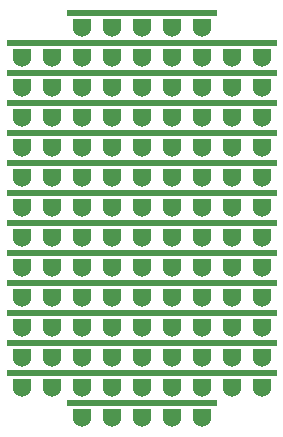
<source format=gbr>
%TF.GenerationSoftware,KiCad,Pcbnew,9.0.1*%
%TF.CreationDate,2025-05-07T00:25:03-04:00*%
%TF.ProjectId,protoplus,70726f74-6f70-46c7-9573-2e6b69636164,rev?*%
%TF.SameCoordinates,Original*%
%TF.FileFunction,Copper,L2,Bot*%
%TF.FilePolarity,Positive*%
%FSLAX46Y46*%
G04 Gerber Fmt 4.6, Leading zero omitted, Abs format (unit mm)*
G04 Created by KiCad (PCBNEW 9.0.1) date 2025-05-07 00:25:03*
%MOMM*%
%LPD*%
G01*
G04 APERTURE LIST*
%TA.AperFunction,SMDPad,CuDef*%
%ADD10R,1.524000X0.800000*%
%TD*%
%TA.AperFunction,ComponentPad*%
%ADD11C,1.524000*%
%TD*%
%TA.AperFunction,SMDPad,CuDef*%
%ADD12R,1.524000X0.600000*%
%TD*%
%TA.AperFunction,SMDPad,CuDef*%
%ADD13R,2.540000X0.600000*%
%TD*%
G04 APERTURE END LIST*
D10*
%TO.P,REF\u002A\u002A,*%
%TO.N,*%
X157440000Y-65520000D03*
D11*
%TO.P,REF\u002A\u002A,1*%
%TO.N,N/C*%
X157440000Y-65920000D03*
D12*
%TO.P,REF\u002A\u002A,3*%
X157440000Y-64720000D03*
D13*
X157440000Y-64720000D03*
%TD*%
D10*
%TO.P,REF\u002A\u002A,*%
%TO.N,*%
X144740000Y-70600000D03*
D11*
%TO.P,REF\u002A\u002A,1*%
%TO.N,N/C*%
X144740000Y-71000000D03*
D12*
%TO.P,REF\u002A\u002A,3*%
X144740000Y-69800000D03*
D13*
X144740000Y-69800000D03*
%TD*%
D10*
%TO.P,REF\u002A\u002A,*%
%TO.N,*%
X149820000Y-68060000D03*
D11*
%TO.P,REF\u002A\u002A,1*%
%TO.N,N/C*%
X149820000Y-68460000D03*
D12*
%TO.P,REF\u002A\u002A,3*%
X149820000Y-67260000D03*
D13*
X149820000Y-67260000D03*
%TD*%
D10*
%TO.P,REF\u002A\u002A,*%
%TO.N,*%
X149820000Y-60440000D03*
D11*
%TO.P,REF\u002A\u002A,1*%
%TO.N,N/C*%
X149820000Y-60840000D03*
D12*
%TO.P,REF\u002A\u002A,3*%
X149820000Y-59640000D03*
D13*
X149820000Y-59640000D03*
%TD*%
D10*
%TO.P,REF\u002A\u002A,*%
%TO.N,*%
X144740000Y-85840000D03*
D11*
%TO.P,REF\u002A\u002A,1*%
%TO.N,N/C*%
X144740000Y-86240000D03*
D12*
%TO.P,REF\u002A\u002A,3*%
X144740000Y-85040000D03*
D13*
X144740000Y-85040000D03*
%TD*%
D10*
%TO.P,REF\u002A\u002A,*%
%TO.N,*%
X157440000Y-62980000D03*
D11*
%TO.P,REF\u002A\u002A,1*%
%TO.N,N/C*%
X157440000Y-63380000D03*
D12*
%TO.P,REF\u002A\u002A,3*%
X157440000Y-62180000D03*
D13*
X157440000Y-62180000D03*
%TD*%
D10*
%TO.P,REF\u002A\u002A,*%
%TO.N,*%
X162520000Y-65520000D03*
D11*
%TO.P,REF\u002A\u002A,1*%
%TO.N,N/C*%
X162520000Y-65920000D03*
D12*
%TO.P,REF\u002A\u002A,3*%
X162520000Y-64720000D03*
D13*
X162520000Y-64720000D03*
%TD*%
D10*
%TO.P,REF\u002A\u002A,*%
%TO.N,*%
X165060000Y-85840000D03*
D11*
%TO.P,REF\u002A\u002A,1*%
%TO.N,N/C*%
X165060000Y-86240000D03*
D12*
%TO.P,REF\u002A\u002A,3*%
X165060000Y-85040000D03*
D13*
X165060000Y-85040000D03*
%TD*%
D10*
%TO.P,REF\u002A\u002A,*%
%TO.N,*%
X157440000Y-57900000D03*
D11*
%TO.P,REF\u002A\u002A,1*%
%TO.N,N/C*%
X157440000Y-58300000D03*
D12*
%TO.P,REF\u002A\u002A,3*%
X157440000Y-57100000D03*
D13*
X157440000Y-57100000D03*
%TD*%
D10*
%TO.P,REF\u002A\u002A,*%
%TO.N,*%
X162520000Y-80760000D03*
D11*
%TO.P,REF\u002A\u002A,1*%
%TO.N,N/C*%
X162520000Y-81160000D03*
D12*
%TO.P,REF\u002A\u002A,3*%
X162520000Y-79960000D03*
D13*
X162520000Y-79960000D03*
%TD*%
D10*
%TO.P,REF\u002A\u002A,*%
%TO.N,*%
X154900000Y-70600000D03*
D11*
%TO.P,REF\u002A\u002A,1*%
%TO.N,N/C*%
X154900000Y-71000000D03*
D12*
%TO.P,REF\u002A\u002A,3*%
X154900000Y-69800000D03*
D13*
X154900000Y-69800000D03*
%TD*%
D10*
%TO.P,REF\u002A\u002A,*%
%TO.N,*%
X157440000Y-80760000D03*
D11*
%TO.P,REF\u002A\u002A,1*%
%TO.N,N/C*%
X157440000Y-81160000D03*
D12*
%TO.P,REF\u002A\u002A,3*%
X157440000Y-79960000D03*
D13*
X157440000Y-79960000D03*
%TD*%
D10*
%TO.P,REF\u002A\u002A,*%
%TO.N,*%
X154895000Y-55365000D03*
D11*
%TO.P,REF\u002A\u002A,1*%
%TO.N,N/C*%
X154895000Y-55765000D03*
D12*
%TO.P,REF\u002A\u002A,3*%
X154895000Y-54565000D03*
D13*
X154895000Y-54565000D03*
%TD*%
D10*
%TO.P,REF\u002A\u002A,*%
%TO.N,*%
X159975000Y-55365000D03*
D11*
%TO.P,REF\u002A\u002A,1*%
%TO.N,N/C*%
X159975000Y-55765000D03*
D12*
%TO.P,REF\u002A\u002A,3*%
X159975000Y-54565000D03*
D13*
X159975000Y-54565000D03*
%TD*%
D10*
%TO.P,REF\u002A\u002A,*%
%TO.N,*%
X147280000Y-73140000D03*
D11*
%TO.P,REF\u002A\u002A,1*%
%TO.N,N/C*%
X147280000Y-73540000D03*
D12*
%TO.P,REF\u002A\u002A,3*%
X147280000Y-72340000D03*
D13*
X147280000Y-72340000D03*
%TD*%
D10*
%TO.P,REF\u002A\u002A,*%
%TO.N,*%
X154900000Y-65520000D03*
D11*
%TO.P,REF\u002A\u002A,1*%
%TO.N,N/C*%
X154900000Y-65920000D03*
D12*
%TO.P,REF\u002A\u002A,3*%
X154900000Y-64720000D03*
D13*
X154900000Y-64720000D03*
%TD*%
D10*
%TO.P,REF\u002A\u002A,*%
%TO.N,*%
X144740000Y-78220000D03*
D11*
%TO.P,REF\u002A\u002A,1*%
%TO.N,N/C*%
X144740000Y-78620000D03*
D12*
%TO.P,REF\u002A\u002A,3*%
X144740000Y-77420000D03*
D13*
X144740000Y-77420000D03*
%TD*%
D10*
%TO.P,REF\u002A\u002A,*%
%TO.N,*%
X154900000Y-88380000D03*
D11*
%TO.P,REF\u002A\u002A,1*%
%TO.N,N/C*%
X154900000Y-88780000D03*
D12*
%TO.P,REF\u002A\u002A,3*%
X154900000Y-87580000D03*
D13*
X154900000Y-87580000D03*
%TD*%
D10*
%TO.P,REF\u002A\u002A,*%
%TO.N,*%
X159980000Y-60440000D03*
D11*
%TO.P,REF\u002A\u002A,1*%
%TO.N,N/C*%
X159980000Y-60840000D03*
D12*
%TO.P,REF\u002A\u002A,3*%
X159980000Y-59640000D03*
D13*
X159980000Y-59640000D03*
%TD*%
D10*
%TO.P,REF\u002A\u002A,*%
%TO.N,*%
X159980000Y-85840000D03*
D11*
%TO.P,REF\u002A\u002A,1*%
%TO.N,N/C*%
X159980000Y-86240000D03*
D12*
%TO.P,REF\u002A\u002A,3*%
X159980000Y-85040000D03*
D13*
X159980000Y-85040000D03*
%TD*%
D10*
%TO.P,REF\u002A\u002A,*%
%TO.N,*%
X162520000Y-62980000D03*
D11*
%TO.P,REF\u002A\u002A,1*%
%TO.N,N/C*%
X162520000Y-63380000D03*
D12*
%TO.P,REF\u002A\u002A,3*%
X162520000Y-62180000D03*
D13*
X162520000Y-62180000D03*
%TD*%
D10*
%TO.P,REF\u002A\u002A,*%
%TO.N,*%
X162520000Y-60440000D03*
D11*
%TO.P,REF\u002A\u002A,1*%
%TO.N,N/C*%
X162520000Y-60840000D03*
D12*
%TO.P,REF\u002A\u002A,3*%
X162520000Y-59640000D03*
D13*
X162520000Y-59640000D03*
%TD*%
D10*
%TO.P,REF\u002A\u002A,*%
%TO.N,*%
X152360000Y-88380000D03*
D11*
%TO.P,REF\u002A\u002A,1*%
%TO.N,N/C*%
X152360000Y-88780000D03*
D12*
%TO.P,REF\u002A\u002A,3*%
X152360000Y-87580000D03*
D13*
X152360000Y-87580000D03*
%TD*%
D10*
%TO.P,REF\u002A\u002A,*%
%TO.N,*%
X154900000Y-60440000D03*
D11*
%TO.P,REF\u002A\u002A,1*%
%TO.N,N/C*%
X154900000Y-60840000D03*
D12*
%TO.P,REF\u002A\u002A,3*%
X154900000Y-59640000D03*
D13*
X154900000Y-59640000D03*
%TD*%
D10*
%TO.P,REF\u002A\u002A,*%
%TO.N,*%
X165060000Y-68060000D03*
D11*
%TO.P,REF\u002A\u002A,1*%
%TO.N,N/C*%
X165060000Y-68460000D03*
D12*
%TO.P,REF\u002A\u002A,3*%
X165060000Y-67260000D03*
D13*
X165060000Y-67260000D03*
%TD*%
D10*
%TO.P,REF\u002A\u002A,*%
%TO.N,*%
X149820000Y-57900000D03*
D11*
%TO.P,REF\u002A\u002A,1*%
%TO.N,N/C*%
X149820000Y-58300000D03*
D12*
%TO.P,REF\u002A\u002A,3*%
X149820000Y-57100000D03*
D13*
X149820000Y-57100000D03*
%TD*%
D10*
%TO.P,REF\u002A\u002A,*%
%TO.N,*%
X149820000Y-75680000D03*
D11*
%TO.P,REF\u002A\u002A,1*%
%TO.N,N/C*%
X149820000Y-76080000D03*
D12*
%TO.P,REF\u002A\u002A,3*%
X149820000Y-74880000D03*
D13*
X149820000Y-74880000D03*
%TD*%
D10*
%TO.P,REF\u002A\u002A,*%
%TO.N,*%
X165060000Y-70600000D03*
D11*
%TO.P,REF\u002A\u002A,1*%
%TO.N,N/C*%
X165060000Y-71000000D03*
D12*
%TO.P,REF\u002A\u002A,3*%
X165060000Y-69800000D03*
D13*
X165060000Y-69800000D03*
%TD*%
D10*
%TO.P,REF\u002A\u002A,*%
%TO.N,*%
X144740000Y-75680000D03*
D11*
%TO.P,REF\u002A\u002A,1*%
%TO.N,N/C*%
X144740000Y-76080000D03*
D12*
%TO.P,REF\u002A\u002A,3*%
X144740000Y-74880000D03*
D13*
X144740000Y-74880000D03*
%TD*%
D10*
%TO.P,REF\u002A\u002A,*%
%TO.N,*%
X157440000Y-78220000D03*
D11*
%TO.P,REF\u002A\u002A,1*%
%TO.N,N/C*%
X157440000Y-78620000D03*
D12*
%TO.P,REF\u002A\u002A,3*%
X157440000Y-77420000D03*
D13*
X157440000Y-77420000D03*
%TD*%
D10*
%TO.P,REF\u002A\u002A,*%
%TO.N,*%
X152360000Y-73140000D03*
D11*
%TO.P,REF\u002A\u002A,1*%
%TO.N,N/C*%
X152360000Y-73540000D03*
D12*
%TO.P,REF\u002A\u002A,3*%
X152360000Y-72340000D03*
D13*
X152360000Y-72340000D03*
%TD*%
D10*
%TO.P,REF\u002A\u002A,*%
%TO.N,*%
X165060000Y-78220000D03*
D11*
%TO.P,REF\u002A\u002A,1*%
%TO.N,N/C*%
X165060000Y-78620000D03*
D12*
%TO.P,REF\u002A\u002A,3*%
X165060000Y-77420000D03*
D13*
X165060000Y-77420000D03*
%TD*%
D10*
%TO.P,REF\u002A\u002A,*%
%TO.N,*%
X147280000Y-83300000D03*
D11*
%TO.P,REF\u002A\u002A,1*%
%TO.N,N/C*%
X147280000Y-83700000D03*
D12*
%TO.P,REF\u002A\u002A,3*%
X147280000Y-82500000D03*
D13*
X147280000Y-82500000D03*
%TD*%
D10*
%TO.P,REF\u002A\u002A,*%
%TO.N,*%
X159980000Y-57900000D03*
D11*
%TO.P,REF\u002A\u002A,1*%
%TO.N,N/C*%
X159980000Y-58300000D03*
D12*
%TO.P,REF\u002A\u002A,3*%
X159980000Y-57100000D03*
D13*
X159980000Y-57100000D03*
%TD*%
D10*
%TO.P,REF\u002A\u002A,*%
%TO.N,*%
X147280000Y-75680000D03*
D11*
%TO.P,REF\u002A\u002A,1*%
%TO.N,N/C*%
X147280000Y-76080000D03*
D12*
%TO.P,REF\u002A\u002A,3*%
X147280000Y-74880000D03*
D13*
X147280000Y-74880000D03*
%TD*%
D10*
%TO.P,REF\u002A\u002A,*%
%TO.N,*%
X159980000Y-65520000D03*
D11*
%TO.P,REF\u002A\u002A,1*%
%TO.N,N/C*%
X159980000Y-65920000D03*
D12*
%TO.P,REF\u002A\u002A,3*%
X159980000Y-64720000D03*
D13*
X159980000Y-64720000D03*
%TD*%
D10*
%TO.P,REF\u002A\u002A,*%
%TO.N,*%
X149820000Y-80760000D03*
D11*
%TO.P,REF\u002A\u002A,1*%
%TO.N,N/C*%
X149820000Y-81160000D03*
D12*
%TO.P,REF\u002A\u002A,3*%
X149820000Y-79960000D03*
D13*
X149820000Y-79960000D03*
%TD*%
D10*
%TO.P,REF\u002A\u002A,*%
%TO.N,*%
X152355000Y-55365000D03*
D11*
%TO.P,REF\u002A\u002A,1*%
%TO.N,N/C*%
X152355000Y-55765000D03*
D12*
%TO.P,REF\u002A\u002A,3*%
X152355000Y-54565000D03*
D13*
X152355000Y-54565000D03*
%TD*%
D10*
%TO.P,REF\u002A\u002A,*%
%TO.N,*%
X152360000Y-57900000D03*
D11*
%TO.P,REF\u002A\u002A,1*%
%TO.N,N/C*%
X152360000Y-58300000D03*
D12*
%TO.P,REF\u002A\u002A,3*%
X152360000Y-57100000D03*
D13*
X152360000Y-57100000D03*
%TD*%
D10*
%TO.P,REF\u002A\u002A,*%
%TO.N,*%
X159980000Y-75680000D03*
D11*
%TO.P,REF\u002A\u002A,1*%
%TO.N,N/C*%
X159980000Y-76080000D03*
D12*
%TO.P,REF\u002A\u002A,3*%
X159980000Y-74880000D03*
D13*
X159980000Y-74880000D03*
%TD*%
D10*
%TO.P,REF\u002A\u002A,*%
%TO.N,*%
X144740000Y-83300000D03*
D11*
%TO.P,REF\u002A\u002A,1*%
%TO.N,N/C*%
X144740000Y-83700000D03*
D12*
%TO.P,REF\u002A\u002A,3*%
X144740000Y-82500000D03*
D13*
X144740000Y-82500000D03*
%TD*%
D10*
%TO.P,REF\u002A\u002A,*%
%TO.N,*%
X147280000Y-57900000D03*
D11*
%TO.P,REF\u002A\u002A,1*%
%TO.N,N/C*%
X147280000Y-58300000D03*
D12*
%TO.P,REF\u002A\u002A,3*%
X147280000Y-57100000D03*
D13*
X147280000Y-57100000D03*
%TD*%
D10*
%TO.P,REF\u002A\u002A,*%
%TO.N,*%
X147280000Y-60440000D03*
D11*
%TO.P,REF\u002A\u002A,1*%
%TO.N,N/C*%
X147280000Y-60840000D03*
D12*
%TO.P,REF\u002A\u002A,3*%
X147280000Y-59640000D03*
D13*
X147280000Y-59640000D03*
%TD*%
D10*
%TO.P,REF\u002A\u002A,*%
%TO.N,*%
X165060000Y-75680000D03*
D11*
%TO.P,REF\u002A\u002A,1*%
%TO.N,N/C*%
X165060000Y-76080000D03*
D12*
%TO.P,REF\u002A\u002A,3*%
X165060000Y-74880000D03*
D13*
X165060000Y-74880000D03*
%TD*%
D10*
%TO.P,REF\u002A\u002A,*%
%TO.N,*%
X147280000Y-80760000D03*
D11*
%TO.P,REF\u002A\u002A,1*%
%TO.N,N/C*%
X147280000Y-81160000D03*
D12*
%TO.P,REF\u002A\u002A,3*%
X147280000Y-79960000D03*
D13*
X147280000Y-79960000D03*
%TD*%
D10*
%TO.P,REF\u002A\u002A,*%
%TO.N,*%
X162520000Y-75680000D03*
D11*
%TO.P,REF\u002A\u002A,1*%
%TO.N,N/C*%
X162520000Y-76080000D03*
D12*
%TO.P,REF\u002A\u002A,3*%
X162520000Y-74880000D03*
D13*
X162520000Y-74880000D03*
%TD*%
D10*
%TO.P,REF\u002A\u002A,*%
%TO.N,*%
X154900000Y-80760000D03*
D11*
%TO.P,REF\u002A\u002A,1*%
%TO.N,N/C*%
X154900000Y-81160000D03*
D12*
%TO.P,REF\u002A\u002A,3*%
X154900000Y-79960000D03*
D13*
X154900000Y-79960000D03*
%TD*%
D10*
%TO.P,REF\u002A\u002A,*%
%TO.N,*%
X144740000Y-73140000D03*
D11*
%TO.P,REF\u002A\u002A,1*%
%TO.N,N/C*%
X144740000Y-73540000D03*
D12*
%TO.P,REF\u002A\u002A,3*%
X144740000Y-72340000D03*
D13*
X144740000Y-72340000D03*
%TD*%
D10*
%TO.P,REF\u002A\u002A,*%
%TO.N,*%
X157435000Y-55365000D03*
D11*
%TO.P,REF\u002A\u002A,1*%
%TO.N,N/C*%
X157435000Y-55765000D03*
D12*
%TO.P,REF\u002A\u002A,3*%
X157435000Y-54565000D03*
D13*
X157435000Y-54565000D03*
%TD*%
D10*
%TO.P,REF\u002A\u002A,*%
%TO.N,*%
X165060000Y-60440000D03*
D11*
%TO.P,REF\u002A\u002A,1*%
%TO.N,N/C*%
X165060000Y-60840000D03*
D12*
%TO.P,REF\u002A\u002A,3*%
X165060000Y-59640000D03*
D13*
X165060000Y-59640000D03*
%TD*%
D10*
%TO.P,REF\u002A\u002A,*%
%TO.N,*%
X162520000Y-83300000D03*
D11*
%TO.P,REF\u002A\u002A,1*%
%TO.N,N/C*%
X162520000Y-83700000D03*
D12*
%TO.P,REF\u002A\u002A,3*%
X162520000Y-82500000D03*
D13*
X162520000Y-82500000D03*
%TD*%
D10*
%TO.P,REF\u002A\u002A,*%
%TO.N,*%
X144740000Y-57900000D03*
D11*
%TO.P,REF\u002A\u002A,1*%
%TO.N,N/C*%
X144740000Y-58300000D03*
D12*
%TO.P,REF\u002A\u002A,3*%
X144740000Y-57100000D03*
D13*
X144740000Y-57100000D03*
%TD*%
D10*
%TO.P,REF\u002A\u002A,*%
%TO.N,*%
X144740000Y-60440000D03*
D11*
%TO.P,REF\u002A\u002A,1*%
%TO.N,N/C*%
X144740000Y-60840000D03*
D12*
%TO.P,REF\u002A\u002A,3*%
X144740000Y-59640000D03*
D13*
X144740000Y-59640000D03*
%TD*%
D10*
%TO.P,REF\u002A\u002A,*%
%TO.N,*%
X159980000Y-88380000D03*
D11*
%TO.P,REF\u002A\u002A,1*%
%TO.N,N/C*%
X159980000Y-88780000D03*
D12*
%TO.P,REF\u002A\u002A,3*%
X159980000Y-87580000D03*
D13*
X159980000Y-87580000D03*
%TD*%
D10*
%TO.P,REF\u002A\u002A,*%
%TO.N,*%
X165060000Y-83300000D03*
D11*
%TO.P,REF\u002A\u002A,1*%
%TO.N,N/C*%
X165060000Y-83700000D03*
D12*
%TO.P,REF\u002A\u002A,3*%
X165060000Y-82500000D03*
D13*
X165060000Y-82500000D03*
%TD*%
D10*
%TO.P,REF\u002A\u002A,*%
%TO.N,*%
X159980000Y-73140000D03*
D11*
%TO.P,REF\u002A\u002A,1*%
%TO.N,N/C*%
X159980000Y-73540000D03*
D12*
%TO.P,REF\u002A\u002A,3*%
X159980000Y-72340000D03*
D13*
X159980000Y-72340000D03*
%TD*%
D10*
%TO.P,REF\u002A\u002A,*%
%TO.N,*%
X149820000Y-65520000D03*
D11*
%TO.P,REF\u002A\u002A,1*%
%TO.N,N/C*%
X149820000Y-65920000D03*
D12*
%TO.P,REF\u002A\u002A,3*%
X149820000Y-64720000D03*
D13*
X149820000Y-64720000D03*
%TD*%
D10*
%TO.P,REF\u002A\u002A,*%
%TO.N,*%
X147280000Y-78220000D03*
D11*
%TO.P,REF\u002A\u002A,1*%
%TO.N,N/C*%
X147280000Y-78620000D03*
D12*
%TO.P,REF\u002A\u002A,3*%
X147280000Y-77420000D03*
D13*
X147280000Y-77420000D03*
%TD*%
D10*
%TO.P,REF\u002A\u002A,*%
%TO.N,*%
X149820000Y-85840000D03*
D11*
%TO.P,REF\u002A\u002A,1*%
%TO.N,N/C*%
X149820000Y-86240000D03*
D12*
%TO.P,REF\u002A\u002A,3*%
X149820000Y-85040000D03*
D13*
X149820000Y-85040000D03*
%TD*%
D10*
%TO.P,REF\u002A\u002A,*%
%TO.N,*%
X154900000Y-83300000D03*
D11*
%TO.P,REF\u002A\u002A,1*%
%TO.N,N/C*%
X154900000Y-83700000D03*
D12*
%TO.P,REF\u002A\u002A,3*%
X154900000Y-82500000D03*
D13*
X154900000Y-82500000D03*
%TD*%
D10*
%TO.P,REF\u002A\u002A,*%
%TO.N,*%
X147280000Y-62980000D03*
D11*
%TO.P,REF\u002A\u002A,1*%
%TO.N,N/C*%
X147280000Y-63380000D03*
D12*
%TO.P,REF\u002A\u002A,3*%
X147280000Y-62180000D03*
D13*
X147280000Y-62180000D03*
%TD*%
D10*
%TO.P,REF\u002A\u002A,*%
%TO.N,*%
X154900000Y-62980000D03*
D11*
%TO.P,REF\u002A\u002A,1*%
%TO.N,N/C*%
X154900000Y-63380000D03*
D12*
%TO.P,REF\u002A\u002A,3*%
X154900000Y-62180000D03*
D13*
X154900000Y-62180000D03*
%TD*%
D10*
%TO.P,REF\u002A\u002A,*%
%TO.N,*%
X149820000Y-70600000D03*
D11*
%TO.P,REF\u002A\u002A,1*%
%TO.N,N/C*%
X149820000Y-71000000D03*
D12*
%TO.P,REF\u002A\u002A,3*%
X149820000Y-69800000D03*
D13*
X149820000Y-69800000D03*
%TD*%
D10*
%TO.P,REF\u002A\u002A,*%
%TO.N,*%
X149820000Y-88380000D03*
D11*
%TO.P,REF\u002A\u002A,1*%
%TO.N,N/C*%
X149820000Y-88780000D03*
D12*
%TO.P,REF\u002A\u002A,3*%
X149820000Y-87580000D03*
D13*
X149820000Y-87580000D03*
%TD*%
D10*
%TO.P,REF\u002A\u002A,*%
%TO.N,*%
X144740000Y-68060000D03*
D11*
%TO.P,REF\u002A\u002A,1*%
%TO.N,N/C*%
X144740000Y-68460000D03*
D12*
%TO.P,REF\u002A\u002A,3*%
X144740000Y-67260000D03*
D13*
X144740000Y-67260000D03*
%TD*%
D10*
%TO.P,REF\u002A\u002A,*%
%TO.N,*%
X154900000Y-57900000D03*
D11*
%TO.P,REF\u002A\u002A,1*%
%TO.N,N/C*%
X154900000Y-58300000D03*
D12*
%TO.P,REF\u002A\u002A,3*%
X154900000Y-57100000D03*
D13*
X154900000Y-57100000D03*
%TD*%
D10*
%TO.P,REF\u002A\u002A,*%
%TO.N,*%
X157440000Y-83300000D03*
D11*
%TO.P,REF\u002A\u002A,1*%
%TO.N,N/C*%
X157440000Y-83700000D03*
D12*
%TO.P,REF\u002A\u002A,3*%
X157440000Y-82500000D03*
D13*
X157440000Y-82500000D03*
%TD*%
D10*
%TO.P,REF\u002A\u002A,*%
%TO.N,*%
X144740000Y-65520000D03*
D11*
%TO.P,REF\u002A\u002A,1*%
%TO.N,N/C*%
X144740000Y-65920000D03*
D12*
%TO.P,REF\u002A\u002A,3*%
X144740000Y-64720000D03*
D13*
X144740000Y-64720000D03*
%TD*%
D10*
%TO.P,REF\u002A\u002A,*%
%TO.N,*%
X165060000Y-80760000D03*
D11*
%TO.P,REF\u002A\u002A,1*%
%TO.N,N/C*%
X165060000Y-81160000D03*
D12*
%TO.P,REF\u002A\u002A,3*%
X165060000Y-79960000D03*
D13*
X165060000Y-79960000D03*
%TD*%
D10*
%TO.P,REF\u002A\u002A,*%
%TO.N,*%
X152360000Y-83300000D03*
D11*
%TO.P,REF\u002A\u002A,1*%
%TO.N,N/C*%
X152360000Y-83700000D03*
D12*
%TO.P,REF\u002A\u002A,3*%
X152360000Y-82500000D03*
D13*
X152360000Y-82500000D03*
%TD*%
D10*
%TO.P,REF\u002A\u002A,*%
%TO.N,*%
X147280000Y-68060000D03*
D11*
%TO.P,REF\u002A\u002A,1*%
%TO.N,N/C*%
X147280000Y-68460000D03*
D12*
%TO.P,REF\u002A\u002A,3*%
X147280000Y-67260000D03*
D13*
X147280000Y-67260000D03*
%TD*%
D10*
%TO.P,REF\u002A\u002A,*%
%TO.N,*%
X152360000Y-78220000D03*
D11*
%TO.P,REF\u002A\u002A,1*%
%TO.N,N/C*%
X152360000Y-78620000D03*
D12*
%TO.P,REF\u002A\u002A,3*%
X152360000Y-77420000D03*
D13*
X152360000Y-77420000D03*
%TD*%
D10*
%TO.P,REF\u002A\u002A,*%
%TO.N,*%
X149815000Y-55365000D03*
D11*
%TO.P,REF\u002A\u002A,1*%
%TO.N,N/C*%
X149815000Y-55765000D03*
D12*
%TO.P,REF\u002A\u002A,3*%
X149815000Y-54565000D03*
D13*
X149815000Y-54565000D03*
%TD*%
D10*
%TO.P,REF\u002A\u002A,*%
%TO.N,*%
X149820000Y-78220000D03*
D11*
%TO.P,REF\u002A\u002A,1*%
%TO.N,N/C*%
X149820000Y-78620000D03*
D12*
%TO.P,REF\u002A\u002A,3*%
X149820000Y-77420000D03*
D13*
X149820000Y-77420000D03*
%TD*%
D10*
%TO.P,REF\u002A\u002A,*%
%TO.N,*%
X159980000Y-80760000D03*
D11*
%TO.P,REF\u002A\u002A,1*%
%TO.N,N/C*%
X159980000Y-81160000D03*
D12*
%TO.P,REF\u002A\u002A,3*%
X159980000Y-79960000D03*
D13*
X159980000Y-79960000D03*
%TD*%
D10*
%TO.P,REF\u002A\u002A,*%
%TO.N,*%
X159980000Y-62980000D03*
D11*
%TO.P,REF\u002A\u002A,1*%
%TO.N,N/C*%
X159980000Y-63380000D03*
D12*
%TO.P,REF\u002A\u002A,3*%
X159980000Y-62180000D03*
D13*
X159980000Y-62180000D03*
%TD*%
D10*
%TO.P,REF\u002A\u002A,*%
%TO.N,*%
X152360000Y-80760000D03*
D11*
%TO.P,REF\u002A\u002A,1*%
%TO.N,N/C*%
X152360000Y-81160000D03*
D12*
%TO.P,REF\u002A\u002A,3*%
X152360000Y-79960000D03*
D13*
X152360000Y-79960000D03*
%TD*%
D10*
%TO.P,REF\u002A\u002A,*%
%TO.N,*%
X159980000Y-78220000D03*
D11*
%TO.P,REF\u002A\u002A,1*%
%TO.N,N/C*%
X159980000Y-78620000D03*
D12*
%TO.P,REF\u002A\u002A,3*%
X159980000Y-77420000D03*
D13*
X159980000Y-77420000D03*
%TD*%
D10*
%TO.P,REF\u002A\u002A,*%
%TO.N,*%
X165060000Y-62980000D03*
D11*
%TO.P,REF\u002A\u002A,1*%
%TO.N,N/C*%
X165060000Y-63380000D03*
D12*
%TO.P,REF\u002A\u002A,3*%
X165060000Y-62180000D03*
D13*
X165060000Y-62180000D03*
%TD*%
D10*
%TO.P,REF\u002A\u002A,*%
%TO.N,*%
X157440000Y-68060000D03*
D11*
%TO.P,REF\u002A\u002A,1*%
%TO.N,N/C*%
X157440000Y-68460000D03*
D12*
%TO.P,REF\u002A\u002A,3*%
X157440000Y-67260000D03*
D13*
X157440000Y-67260000D03*
%TD*%
D10*
%TO.P,REF\u002A\u002A,*%
%TO.N,*%
X159980000Y-70600000D03*
D11*
%TO.P,REF\u002A\u002A,1*%
%TO.N,N/C*%
X159980000Y-71000000D03*
D12*
%TO.P,REF\u002A\u002A,3*%
X159980000Y-69800000D03*
D13*
X159980000Y-69800000D03*
%TD*%
D10*
%TO.P,REF\u002A\u002A,*%
%TO.N,*%
X152360000Y-68060000D03*
D11*
%TO.P,REF\u002A\u002A,1*%
%TO.N,N/C*%
X152360000Y-68460000D03*
D12*
%TO.P,REF\u002A\u002A,3*%
X152360000Y-67260000D03*
D13*
X152360000Y-67260000D03*
%TD*%
D10*
%TO.P,REF\u002A\u002A,*%
%TO.N,*%
X165060000Y-57900000D03*
D11*
%TO.P,REF\u002A\u002A,1*%
%TO.N,N/C*%
X165060000Y-58300000D03*
D12*
%TO.P,REF\u002A\u002A,3*%
X165060000Y-57100000D03*
D13*
X165060000Y-57100000D03*
%TD*%
D10*
%TO.P,REF\u002A\u002A,*%
%TO.N,*%
X157440000Y-75680000D03*
D11*
%TO.P,REF\u002A\u002A,1*%
%TO.N,N/C*%
X157440000Y-76080000D03*
D12*
%TO.P,REF\u002A\u002A,3*%
X157440000Y-74880000D03*
D13*
X157440000Y-74880000D03*
%TD*%
D10*
%TO.P,REF\u002A\u002A,*%
%TO.N,*%
X162520000Y-68060000D03*
D11*
%TO.P,REF\u002A\u002A,1*%
%TO.N,N/C*%
X162520000Y-68460000D03*
D12*
%TO.P,REF\u002A\u002A,3*%
X162520000Y-67260000D03*
D13*
X162520000Y-67260000D03*
%TD*%
D10*
%TO.P,REF\u002A\u002A,*%
%TO.N,*%
X147280000Y-70600000D03*
D11*
%TO.P,REF\u002A\u002A,1*%
%TO.N,N/C*%
X147280000Y-71000000D03*
D12*
%TO.P,REF\u002A\u002A,3*%
X147280000Y-69800000D03*
D13*
X147280000Y-69800000D03*
%TD*%
D10*
%TO.P,REF\u002A\u002A,*%
%TO.N,*%
X159980000Y-68060000D03*
D11*
%TO.P,REF\u002A\u002A,1*%
%TO.N,N/C*%
X159980000Y-68460000D03*
D12*
%TO.P,REF\u002A\u002A,3*%
X159980000Y-67260000D03*
D13*
X159980000Y-67260000D03*
%TD*%
D10*
%TO.P,REF\u002A\u002A,*%
%TO.N,*%
X152360000Y-85840000D03*
D11*
%TO.P,REF\u002A\u002A,1*%
%TO.N,N/C*%
X152360000Y-86240000D03*
D12*
%TO.P,REF\u002A\u002A,3*%
X152360000Y-85040000D03*
D13*
X152360000Y-85040000D03*
%TD*%
D10*
%TO.P,REF\u002A\u002A,*%
%TO.N,*%
X144740000Y-80760000D03*
D11*
%TO.P,REF\u002A\u002A,1*%
%TO.N,N/C*%
X144740000Y-81160000D03*
D12*
%TO.P,REF\u002A\u002A,3*%
X144740000Y-79960000D03*
D13*
X144740000Y-79960000D03*
%TD*%
D10*
%TO.P,REF\u002A\u002A,*%
%TO.N,*%
X154900000Y-85840000D03*
D11*
%TO.P,REF\u002A\u002A,1*%
%TO.N,N/C*%
X154900000Y-86240000D03*
D12*
%TO.P,REF\u002A\u002A,3*%
X154900000Y-85040000D03*
D13*
X154900000Y-85040000D03*
%TD*%
D10*
%TO.P,REF\u002A\u002A,*%
%TO.N,*%
X162520000Y-85840000D03*
D11*
%TO.P,REF\u002A\u002A,1*%
%TO.N,N/C*%
X162520000Y-86240000D03*
D12*
%TO.P,REF\u002A\u002A,3*%
X162520000Y-85040000D03*
D13*
X162520000Y-85040000D03*
%TD*%
D10*
%TO.P,REF\u002A\u002A,*%
%TO.N,*%
X149820000Y-62980000D03*
D11*
%TO.P,REF\u002A\u002A,1*%
%TO.N,N/C*%
X149820000Y-63380000D03*
D12*
%TO.P,REF\u002A\u002A,3*%
X149820000Y-62180000D03*
D13*
X149820000Y-62180000D03*
%TD*%
D10*
%TO.P,REF\u002A\u002A,*%
%TO.N,*%
X157440000Y-88380000D03*
D11*
%TO.P,REF\u002A\u002A,1*%
%TO.N,N/C*%
X157440000Y-88780000D03*
D12*
%TO.P,REF\u002A\u002A,3*%
X157440000Y-87580000D03*
D13*
X157440000Y-87580000D03*
%TD*%
D10*
%TO.P,REF\u002A\u002A,*%
%TO.N,*%
X154900000Y-68060000D03*
D11*
%TO.P,REF\u002A\u002A,1*%
%TO.N,N/C*%
X154900000Y-68460000D03*
D12*
%TO.P,REF\u002A\u002A,3*%
X154900000Y-67260000D03*
D13*
X154900000Y-67260000D03*
%TD*%
D10*
%TO.P,REF\u002A\u002A,*%
%TO.N,*%
X149820000Y-73140000D03*
D11*
%TO.P,REF\u002A\u002A,1*%
%TO.N,N/C*%
X149820000Y-73540000D03*
D12*
%TO.P,REF\u002A\u002A,3*%
X149820000Y-72340000D03*
D13*
X149820000Y-72340000D03*
%TD*%
D10*
%TO.P,REF\u002A\u002A,*%
%TO.N,*%
X154900000Y-78220000D03*
D11*
%TO.P,REF\u002A\u002A,1*%
%TO.N,N/C*%
X154900000Y-78620000D03*
D12*
%TO.P,REF\u002A\u002A,3*%
X154900000Y-77420000D03*
D13*
X154900000Y-77420000D03*
%TD*%
D10*
%TO.P,REF\u002A\u002A,*%
%TO.N,*%
X162520000Y-78220000D03*
D11*
%TO.P,REF\u002A\u002A,1*%
%TO.N,N/C*%
X162520000Y-78620000D03*
D12*
%TO.P,REF\u002A\u002A,3*%
X162520000Y-77420000D03*
D13*
X162520000Y-77420000D03*
%TD*%
D10*
%TO.P,REF\u002A\u002A,*%
%TO.N,*%
X162520000Y-70600000D03*
D11*
%TO.P,REF\u002A\u002A,1*%
%TO.N,N/C*%
X162520000Y-71000000D03*
D12*
%TO.P,REF\u002A\u002A,3*%
X162520000Y-69800000D03*
D13*
X162520000Y-69800000D03*
%TD*%
D10*
%TO.P,REF\u002A\u002A,*%
%TO.N,*%
X154900000Y-75680000D03*
D11*
%TO.P,REF\u002A\u002A,1*%
%TO.N,N/C*%
X154900000Y-76080000D03*
D12*
%TO.P,REF\u002A\u002A,3*%
X154900000Y-74880000D03*
D13*
X154900000Y-74880000D03*
%TD*%
D10*
%TO.P,REF\u002A\u002A,*%
%TO.N,*%
X152360000Y-65520000D03*
D11*
%TO.P,REF\u002A\u002A,1*%
%TO.N,N/C*%
X152360000Y-65920000D03*
D12*
%TO.P,REF\u002A\u002A,3*%
X152360000Y-64720000D03*
D13*
X152360000Y-64720000D03*
%TD*%
D10*
%TO.P,REF\u002A\u002A,*%
%TO.N,*%
X149820000Y-83300000D03*
D11*
%TO.P,REF\u002A\u002A,1*%
%TO.N,N/C*%
X149820000Y-83700000D03*
D12*
%TO.P,REF\u002A\u002A,3*%
X149820000Y-82500000D03*
D13*
X149820000Y-82500000D03*
%TD*%
D10*
%TO.P,REF\u002A\u002A,*%
%TO.N,*%
X152360000Y-70600000D03*
D11*
%TO.P,REF\u002A\u002A,1*%
%TO.N,N/C*%
X152360000Y-71000000D03*
D12*
%TO.P,REF\u002A\u002A,3*%
X152360000Y-69800000D03*
D13*
X152360000Y-69800000D03*
%TD*%
D10*
%TO.P,REF\u002A\u002A,*%
%TO.N,*%
X152360000Y-75680000D03*
D11*
%TO.P,REF\u002A\u002A,1*%
%TO.N,N/C*%
X152360000Y-76080000D03*
D12*
%TO.P,REF\u002A\u002A,3*%
X152360000Y-74880000D03*
D13*
X152360000Y-74880000D03*
%TD*%
D10*
%TO.P,REF\u002A\u002A,*%
%TO.N,*%
X152360000Y-60440000D03*
D11*
%TO.P,REF\u002A\u002A,1*%
%TO.N,N/C*%
X152360000Y-60840000D03*
D12*
%TO.P,REF\u002A\u002A,3*%
X152360000Y-59640000D03*
D13*
X152360000Y-59640000D03*
%TD*%
D10*
%TO.P,REF\u002A\u002A,*%
%TO.N,*%
X154900000Y-73140000D03*
D11*
%TO.P,REF\u002A\u002A,1*%
%TO.N,N/C*%
X154900000Y-73540000D03*
D12*
%TO.P,REF\u002A\u002A,3*%
X154900000Y-72340000D03*
D13*
X154900000Y-72340000D03*
%TD*%
D10*
%TO.P,REF\u002A\u002A,*%
%TO.N,*%
X157440000Y-70600000D03*
D11*
%TO.P,REF\u002A\u002A,1*%
%TO.N,N/C*%
X157440000Y-71000000D03*
D12*
%TO.P,REF\u002A\u002A,3*%
X157440000Y-69800000D03*
D13*
X157440000Y-69800000D03*
%TD*%
D10*
%TO.P,REF\u002A\u002A,*%
%TO.N,*%
X157440000Y-85840000D03*
D11*
%TO.P,REF\u002A\u002A,1*%
%TO.N,N/C*%
X157440000Y-86240000D03*
D12*
%TO.P,REF\u002A\u002A,3*%
X157440000Y-85040000D03*
D13*
X157440000Y-85040000D03*
%TD*%
D10*
%TO.P,REF\u002A\u002A,*%
%TO.N,*%
X159980000Y-83300000D03*
D11*
%TO.P,REF\u002A\u002A,1*%
%TO.N,N/C*%
X159980000Y-83700000D03*
D12*
%TO.P,REF\u002A\u002A,3*%
X159980000Y-82500000D03*
D13*
X159980000Y-82500000D03*
%TD*%
D10*
%TO.P,REF\u002A\u002A,*%
%TO.N,*%
X165060000Y-65520000D03*
D11*
%TO.P,REF\u002A\u002A,1*%
%TO.N,N/C*%
X165060000Y-65920000D03*
D12*
%TO.P,REF\u002A\u002A,3*%
X165060000Y-64720000D03*
D13*
X165060000Y-64720000D03*
%TD*%
D10*
%TO.P,REF\u002A\u002A,*%
%TO.N,*%
X147280000Y-85840000D03*
D11*
%TO.P,REF\u002A\u002A,1*%
%TO.N,N/C*%
X147280000Y-86240000D03*
D12*
%TO.P,REF\u002A\u002A,3*%
X147280000Y-85040000D03*
D13*
X147280000Y-85040000D03*
%TD*%
D10*
%TO.P,REF\u002A\u002A,*%
%TO.N,*%
X157440000Y-60440000D03*
D11*
%TO.P,REF\u002A\u002A,1*%
%TO.N,N/C*%
X157440000Y-60840000D03*
D12*
%TO.P,REF\u002A\u002A,3*%
X157440000Y-59640000D03*
D13*
X157440000Y-59640000D03*
%TD*%
D10*
%TO.P,REF\u002A\u002A,*%
%TO.N,*%
X165060000Y-73140000D03*
D11*
%TO.P,REF\u002A\u002A,1*%
%TO.N,N/C*%
X165060000Y-73540000D03*
D12*
%TO.P,REF\u002A\u002A,3*%
X165060000Y-72340000D03*
D13*
X165060000Y-72340000D03*
%TD*%
D10*
%TO.P,REF\u002A\u002A,*%
%TO.N,*%
X162520000Y-57900000D03*
D11*
%TO.P,REF\u002A\u002A,1*%
%TO.N,N/C*%
X162520000Y-58300000D03*
D12*
%TO.P,REF\u002A\u002A,3*%
X162520000Y-57100000D03*
D13*
X162520000Y-57100000D03*
%TD*%
D10*
%TO.P,REF\u002A\u002A,*%
%TO.N,*%
X157440000Y-73140000D03*
D11*
%TO.P,REF\u002A\u002A,1*%
%TO.N,N/C*%
X157440000Y-73540000D03*
D12*
%TO.P,REF\u002A\u002A,3*%
X157440000Y-72340000D03*
D13*
X157440000Y-72340000D03*
%TD*%
D10*
%TO.P,REF\u002A\u002A,*%
%TO.N,*%
X162520000Y-73140000D03*
D11*
%TO.P,REF\u002A\u002A,1*%
%TO.N,N/C*%
X162520000Y-73540000D03*
D12*
%TO.P,REF\u002A\u002A,3*%
X162520000Y-72340000D03*
D13*
X162520000Y-72340000D03*
%TD*%
D10*
%TO.P,REF\u002A\u002A,*%
%TO.N,*%
X147280000Y-65520000D03*
D11*
%TO.P,REF\u002A\u002A,1*%
%TO.N,N/C*%
X147280000Y-65920000D03*
D12*
%TO.P,REF\u002A\u002A,3*%
X147280000Y-64720000D03*
D13*
X147280000Y-64720000D03*
%TD*%
D10*
%TO.P,REF\u002A\u002A,*%
%TO.N,*%
X152360000Y-62980000D03*
D11*
%TO.P,REF\u002A\u002A,1*%
%TO.N,N/C*%
X152360000Y-63380000D03*
D12*
%TO.P,REF\u002A\u002A,3*%
X152360000Y-62180000D03*
D13*
X152360000Y-62180000D03*
%TD*%
D10*
%TO.P,REF\u002A\u002A,*%
%TO.N,*%
X144740000Y-62980000D03*
D11*
%TO.P,REF\u002A\u002A,1*%
%TO.N,N/C*%
X144740000Y-63380000D03*
D12*
%TO.P,REF\u002A\u002A,3*%
X144740000Y-62180000D03*
D13*
X144740000Y-62180000D03*
%TD*%
M02*

</source>
